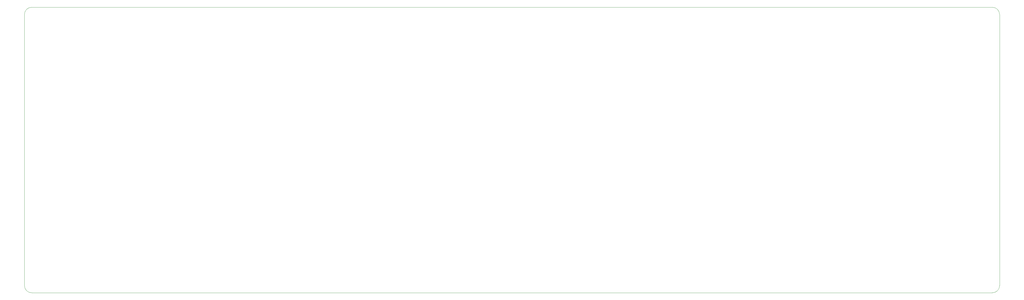
<source format=gm1>
G04 #@! TF.GenerationSoftware,KiCad,Pcbnew,(5.1.9)-1*
G04 #@! TF.CreationDate,2021-03-26T16:48:03+01:00*
G04 #@! TF.ProjectId,rabbitholev1,72616262-6974-4686-9f6c-6576312e6b69,rev?*
G04 #@! TF.SameCoordinates,Original*
G04 #@! TF.FileFunction,Profile,NP*
%FSLAX46Y46*%
G04 Gerber Fmt 4.6, Leading zero omitted, Abs format (unit mm)*
G04 Created by KiCad (PCBNEW (5.1.9)-1) date 2021-03-26 16:48:03*
%MOMM*%
%LPD*%
G01*
G04 APERTURE LIST*
G04 #@! TA.AperFunction,Profile*
%ADD10C,0.050000*%
G04 #@! TD*
G04 APERTURE END LIST*
D10*
X-27940000Y-224790000D02*
X0Y-224790000D01*
X0Y-124460000D02*
X-27940000Y-124460000D01*
X148590000Y-124460000D02*
X162560000Y-124460000D01*
X312102500Y-219583000D02*
X312102500Y-222250000D01*
X312102500Y-127000000D02*
X312102500Y-219583000D01*
X162560000Y-124460000D02*
X309562500Y-124460000D01*
X309562500Y-124460000D02*
G75*
G02*
X312102500Y-127000000I0J-2540000D01*
G01*
X312102500Y-222250000D02*
G75*
G02*
X309562500Y-224790000I-2540000J0D01*
G01*
X304800000Y-224790000D02*
X309562500Y-224790000D01*
X0Y-224790000D02*
X304800000Y-224790000D01*
X-27940000Y-224790000D02*
G75*
G02*
X-30480000Y-222250000I0J2540000D01*
G01*
X-30480000Y-127000000D02*
X-30480000Y-222250000D01*
X1270000Y-124460000D02*
X0Y-124460000D01*
X-30480000Y-127000000D02*
G75*
G02*
X-27940000Y-124460000I2540000J0D01*
G01*
X148590000Y-124460000D02*
X1270000Y-124460000D01*
M02*

</source>
